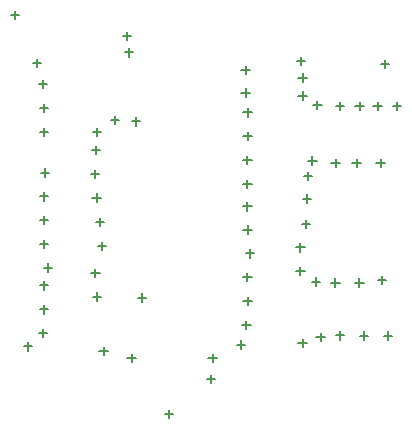
<source format=gbr>
%TF.GenerationSoftware,Altium Limited,Altium Designer,20.0.10 (225)*%
G04 Layer_Color=128*
%FSLAX26Y26*%
%MOIN*%
%TF.FileFunction,Drillmap*%
%TF.Part,CustomerPanel*%
G01*
G75*
%TA.AperFunction,NonConductor*%
%ADD27C,0.005000*%
D27*
X3386000Y4444016D02*
X3414000D01*
X3400000Y4430016D02*
Y4458016D01*
X3391000Y4389016D02*
X3419000D01*
X3405000Y4375016D02*
Y4403016D01*
X3201000Y4414016D02*
X3229000D01*
X3215000Y4400016D02*
Y4428016D01*
X3207374Y4193958D02*
X3235374D01*
X3221374Y4179958D02*
Y4207958D01*
X3207390Y4273486D02*
X3235390D01*
X3221390Y4259486D02*
Y4287486D01*
X3201000Y4339016D02*
X3229000D01*
X3215000Y4325016D02*
Y4353016D01*
X3391000Y4329016D02*
X3419000D01*
X3405000Y4315016D02*
Y4343016D01*
X3423563Y4112756D02*
X3451563D01*
X3437563Y4098756D02*
Y4126756D01*
X3666000Y4434016D02*
X3694000D01*
X3680000Y4420016D02*
Y4448016D01*
X3651000Y4104016D02*
X3679000D01*
X3665000Y4090016D02*
Y4118016D01*
X3207083Y3960108D02*
X3235083D01*
X3221083Y3946108D02*
Y3974108D01*
X3571000Y4104016D02*
X3599000D01*
X3585000Y4090016D02*
Y4118016D01*
X3501000Y4104016D02*
X3529000D01*
X3515000Y4090016D02*
Y4118016D01*
X3203382Y3565090D02*
X3231382D01*
X3217382Y3551090D02*
Y3579090D01*
X3391000Y3504016D02*
X3419000D01*
X3405000Y3490016D02*
Y3518016D01*
X3086000Y3384016D02*
X3114000D01*
X3100000Y3370016D02*
Y3398016D01*
X3091000Y3454016D02*
X3119000D01*
X3105000Y3440016D02*
Y3468016D01*
X3580022Y3706207D02*
X3608022D01*
X3594022Y3692207D02*
Y3720207D01*
X3500494Y3706207D02*
X3528494D01*
X3514494Y3692207D02*
Y3720207D01*
X3516069Y3530085D02*
X3544069D01*
X3530069Y3516085D02*
Y3544085D01*
X3595593Y3529304D02*
X3623593D01*
X3609593Y3515304D02*
Y3543304D01*
X3675120Y3529304D02*
X3703120D01*
X3689120Y3515304D02*
Y3543304D01*
X3656000Y3714016D02*
X3684000D01*
X3670000Y3700016D02*
Y3728016D01*
X3641000Y4294016D02*
X3669000D01*
X3655000Y4280016D02*
Y4308016D01*
X3581000Y4294016D02*
X3609000D01*
X3595000Y4280016D02*
Y4308016D01*
X3516672Y4294282D02*
X3544672D01*
X3530672Y4280282D02*
Y4308282D01*
X3706000Y4294016D02*
X3734000D01*
X3720000Y4280016D02*
Y4308016D01*
X3440254Y4298192D02*
X3468254D01*
X3454254Y4284192D02*
Y4312192D01*
X3207260Y4114431D02*
X3235260D01*
X3221260Y4100431D02*
Y4128431D01*
X3206781Y4034905D02*
X3234781D01*
X3220781Y4020905D02*
Y4048905D01*
X3207796Y3882434D02*
X3235796D01*
X3221796Y3868434D02*
Y3896434D01*
X3215057Y3803238D02*
X3243057D01*
X3229057Y3789238D02*
Y3817238D01*
X3206781Y3724142D02*
X3234781D01*
X3220781Y3710142D02*
Y3738142D01*
X3207390Y3644617D02*
X3235390D01*
X3221390Y3630617D02*
Y3658617D01*
X3186000Y3499016D02*
X3214000D01*
X3200000Y3485016D02*
Y3513016D01*
X3451000Y3524016D02*
X3479000D01*
X3465000Y3510016D02*
Y3538016D01*
X3436000Y3709016D02*
X3464000D01*
X3450000Y3695016D02*
Y3723016D01*
X3383684Y3743961D02*
X3411684D01*
X3397684Y3729961D02*
Y3757961D01*
X3383417Y3823488D02*
X3411417D01*
X3397417Y3809488D02*
Y3837488D01*
X3402787Y3900646D02*
X3430787D01*
X3416787Y3886646D02*
Y3914646D01*
X3405192Y3985761D02*
X3433192D01*
X3419192Y3971761D02*
Y3999761D01*
X3408292Y4060979D02*
X3436292D01*
X3422292Y4046979D02*
Y4074979D01*
X2806551Y4528543D02*
X2834551D01*
X2820551Y4514543D02*
Y4542543D01*
X2431551Y4598543D02*
X2459551D01*
X2445551Y4584543D02*
Y4612543D01*
X2506551Y4438543D02*
X2534551D01*
X2520551Y4424543D02*
Y4452543D01*
X2476551Y3493543D02*
X2504551D01*
X2490551Y3479543D02*
Y3507543D01*
X2727457Y3478627D02*
X2755457D01*
X2741457Y3464627D02*
Y3492627D01*
X2836551Y4243543D02*
X2864551D01*
X2850551Y4229543D02*
Y4257543D01*
X2811551Y4473543D02*
X2839551D01*
X2825551Y4459543D02*
Y4487543D01*
X2821004Y3454902D02*
X2849004D01*
X2835004Y3440902D02*
Y3468902D01*
X2854747Y3655792D02*
X2882747D01*
X2868747Y3641792D02*
Y3669792D01*
X2531704Y4072899D02*
X2559704D01*
X2545704Y4058899D02*
Y4086899D01*
X2528100Y3993454D02*
X2556100D01*
X2542100Y3979454D02*
Y4007454D01*
X2528100Y3913926D02*
X2556100D01*
X2542100Y3899926D02*
Y3927926D01*
X2528177Y3834398D02*
X2556177D01*
X2542177Y3820398D02*
Y3848398D01*
X2542171Y3756112D02*
X2570171D01*
X2556171Y3742112D02*
Y3770112D01*
X2721551Y3828543D02*
X2749551D01*
X2735551Y3814543D02*
Y3842543D01*
X2716551Y3908543D02*
X2744551D01*
X2730551Y3894543D02*
Y3922543D01*
X2704542Y3989039D02*
X2732542D01*
X2718542Y3975039D02*
Y4003039D01*
X2698878Y4068365D02*
X2726878D01*
X2712878Y4054365D02*
Y4082365D01*
X2703140Y4147778D02*
X2731140D01*
X2717140Y4133778D02*
Y4161778D01*
X2528100Y3696453D02*
X2556100D01*
X2542100Y3682453D02*
Y3710453D01*
X2528709Y3616928D02*
X2556709D01*
X2542709Y3602928D02*
Y3630928D01*
X2525520Y3537464D02*
X2553520D01*
X2539520Y3523464D02*
Y3551464D01*
X2705457Y3659052D02*
X2733457D01*
X2719457Y3645052D02*
Y3673052D01*
X2700348Y3738415D02*
X2728348D01*
X2714348Y3724415D02*
Y3752415D01*
X2525520Y4367766D02*
X2553520D01*
X2539520Y4353766D02*
Y4381766D01*
X2528709Y4288302D02*
X2556709D01*
X2542709Y4274302D02*
Y4302302D01*
X2528100Y4208777D02*
X2556100D01*
X2542100Y4194777D02*
Y4222777D01*
X2705003Y4208892D02*
X2733003D01*
X2719003Y4194892D02*
Y4222892D01*
X2946551Y3268543D02*
X2974551D01*
X2960551Y3254543D02*
Y3282543D01*
X2766551Y4248543D02*
X2794551D01*
X2780551Y4234543D02*
Y4262543D01*
%TF.MD5,ecc7283b4684899eeafb7186ecfefa9d*%
M02*

</source>
